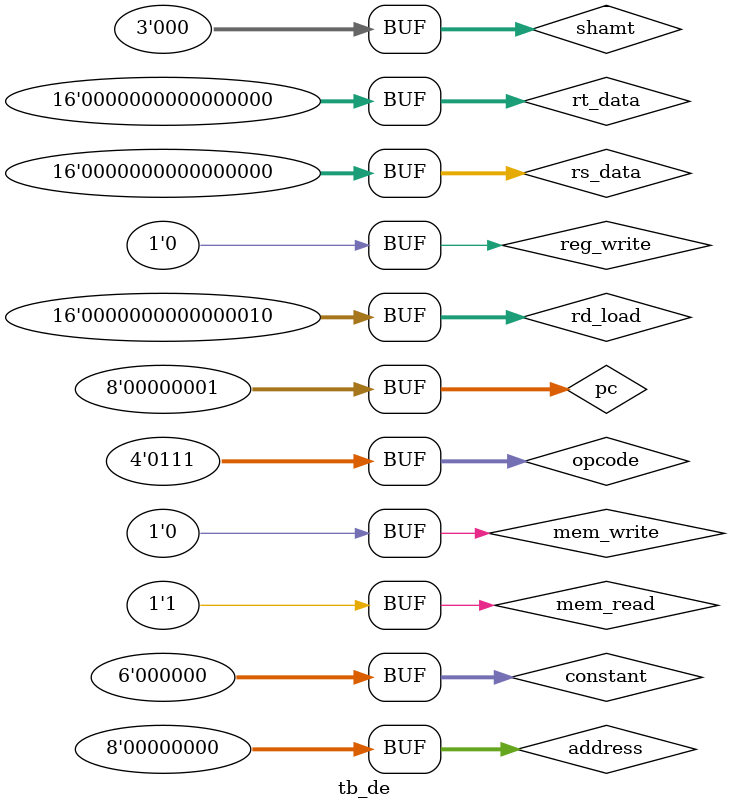
<source format=v>
`timescale 1ns / 1ps


module tb_de;

	// Inputs
	reg [2:0] shamt;
	reg [15:0] rs_data;
	reg [15:0] rt_data;
	reg [5:0] constant;
	reg [3:0] opcode;
	reg [7:0] address;
	reg [7:0] pc;
	reg reg_write;
	reg [15:0] rd_load;
	reg mem_write;
	reg mem_read;

	// Outputs
	wire [15:0] rd_data;
	wire [15:0] hi_out;
	wire [15:0] lo_out;
	wire [7:0] pc_1;
	wire [31:0] TEMP;

	// Instantiate the Unit Under Test (UUT)
	ALU uut (
		.shamt(shamt), 
		.rs_data(rs_data), 
		.rt_data(rt_data), 
		.constant(constant), 
		.opcode(opcode), 
		.address(address), 
		.rd_data(rd_data), 
		.hi_out(hi_out), 
		.lo_out(lo_out), 
		.pc(pc), 
		.pc_1(pc_1), 
		.reg_write(reg_write), 
		.rd_load(rd_load), 
		.TEMP(TEMP),
		.mem_write(mem_write), 
		.mem_read(mem_read)
	);

	initial begin
		// Initialize Inputs
		shamt = 0;
		rs_data = 0;
		rt_data = 0;
		constant = 0;
		opcode = 0;
		address = 0;
		pc = 0;
		reg_write = 0;
		rd_load = 0;
		mem_write = 0;
		mem_read = 0;

		// Wait 100 ns for global reset to finish
		#100;
				shamt = 0;
		rs_data = 0;
		rt_data = 0;
		constant = 0;
		opcode = 7;
		address = 0;
		pc = 1;
		reg_write = 0;
		rd_load = 2;
		mem_write = 0;
		mem_read = 1;

        
		// Add stimulus here

	end
      
endmodule


</source>
